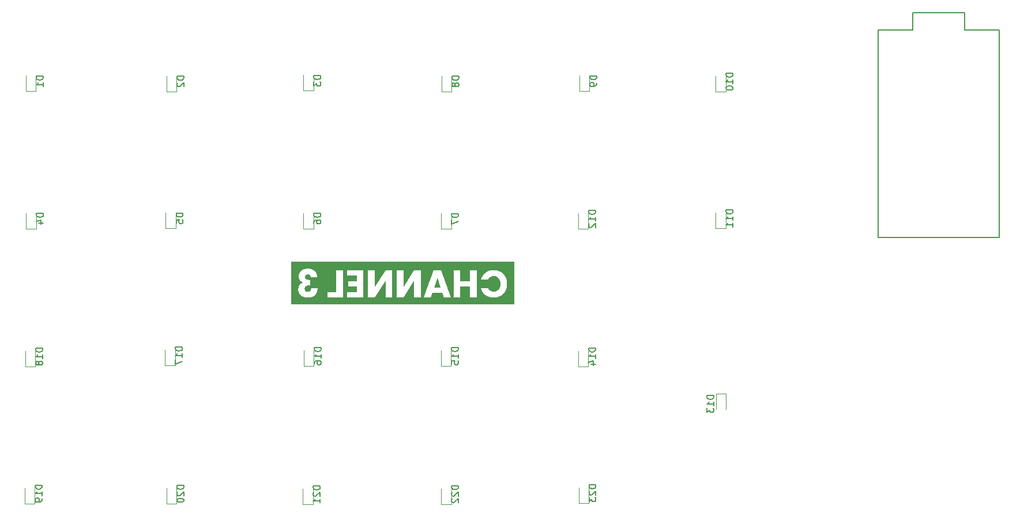
<source format=gbr>
%TF.GenerationSoftware,KiCad,Pcbnew,(7.0.0)*%
%TF.CreationDate,2024-11-11T13:13:17+03:00*%
%TF.ProjectId,04. Keyboard 6x4 Matrix,30342e20-4b65-4796-926f-617264203678,rev?*%
%TF.SameCoordinates,PX24bd848PY898b2e8*%
%TF.FileFunction,Legend,Bot*%
%TF.FilePolarity,Positive*%
%FSLAX46Y46*%
G04 Gerber Fmt 4.6, Leading zero omitted, Abs format (unit mm)*
G04 Created by KiCad (PCBNEW (7.0.0)) date 2024-11-11 13:13:17*
%MOMM*%
%LPD*%
G01*
G04 APERTURE LIST*
%ADD10C,0.300000*%
%ADD11C,0.150000*%
%ADD12C,0.120000*%
G04 APERTURE END LIST*
D10*
G36*
X94912247Y41293102D02*
G01*
X93943091Y41293102D01*
X94430600Y42752698D01*
X94912247Y41293102D01*
G37*
G36*
X105683850Y38802308D02*
G01*
X72979722Y38802308D01*
X72979722Y41025412D01*
X74001151Y41025412D01*
X74001773Y40981647D01*
X74003639Y40938523D01*
X74006749Y40896040D01*
X74011104Y40854198D01*
X74016702Y40812997D01*
X74023545Y40772438D01*
X74031632Y40732519D01*
X74040963Y40693242D01*
X74051537Y40654606D01*
X74063357Y40616611D01*
X74076420Y40579257D01*
X74090727Y40542544D01*
X74106278Y40506472D01*
X74123074Y40471042D01*
X74141114Y40436253D01*
X74160397Y40402104D01*
X74180872Y40368731D01*
X74213716Y40320374D01*
X74249118Y40274060D01*
X74287080Y40229790D01*
X74327601Y40187564D01*
X74356036Y40160548D01*
X74385608Y40134441D01*
X74416318Y40109242D01*
X74448165Y40084951D01*
X74481149Y40061569D01*
X74515271Y40039095D01*
X74550529Y40017529D01*
X74586925Y39996871D01*
X74624459Y39977122D01*
X74662889Y39958548D01*
X74702219Y39941172D01*
X74742451Y39924995D01*
X74783583Y39910016D01*
X74825616Y39896236D01*
X74868549Y39883653D01*
X74912383Y39872269D01*
X74957117Y39862084D01*
X75002753Y39853096D01*
X75049289Y39845307D01*
X75096725Y39838716D01*
X75145062Y39833324D01*
X75194300Y39829130D01*
X75244439Y39826134D01*
X75295478Y39824337D01*
X75347418Y39823737D01*
X75389040Y39824067D01*
X75430132Y39825054D01*
X75470693Y39826700D01*
X75510724Y39829004D01*
X75550225Y39831966D01*
X75589195Y39835587D01*
X75665544Y39844803D01*
X75729417Y39855000D01*
X78323272Y39855000D01*
X80542951Y39855000D01*
X80542951Y43794149D01*
X81164305Y43794149D01*
X81164305Y43043835D01*
X82597522Y43043835D01*
X82597522Y42230995D01*
X81320621Y42230995D01*
X81320621Y41480681D01*
X82597522Y41480681D01*
X82597522Y40605315D01*
X81164305Y40605315D01*
X81164305Y39855000D01*
X83571563Y39855000D01*
X83571563Y43794149D01*
X84242742Y43794149D01*
X84242742Y39855000D01*
X85216782Y39855000D01*
X86806315Y42284728D01*
X86806315Y39855000D01*
X87780355Y39855000D01*
X87780355Y43794149D01*
X88451535Y43794149D01*
X88451535Y39855000D01*
X89425575Y39855000D01*
X91015108Y42284728D01*
X91015108Y39855000D01*
X91989148Y39855000D01*
X92447348Y39855000D01*
X93461444Y39855000D01*
X93696894Y40542788D01*
X95164305Y40542788D01*
X95398778Y39855000D01*
X96401151Y39855000D01*
X94989882Y43794149D01*
X96794870Y43794149D01*
X96794870Y39855000D01*
X97768911Y39855000D01*
X97768911Y41480681D01*
X99233391Y41480681D01*
X99233391Y39855000D01*
X100207431Y39855000D01*
X100207431Y41207129D01*
X100821946Y41207129D01*
X100832771Y41167217D01*
X100844241Y41127838D01*
X100856356Y41088991D01*
X100869116Y41050676D01*
X100882521Y41012894D01*
X100896570Y40975644D01*
X100911265Y40938926D01*
X100926605Y40902741D01*
X100959219Y40831968D01*
X100994412Y40763324D01*
X101032186Y40696810D01*
X101072540Y40632425D01*
X101115473Y40570170D01*
X101160986Y40510045D01*
X101209079Y40452048D01*
X101259752Y40396182D01*
X101313004Y40342444D01*
X101368837Y40290837D01*
X101427249Y40241358D01*
X101488241Y40194010D01*
X101551309Y40149172D01*
X101615949Y40107227D01*
X101682162Y40068175D01*
X101749947Y40032016D01*
X101819304Y39998749D01*
X101890234Y39968375D01*
X101962736Y39940894D01*
X102036810Y39916305D01*
X102074437Y39905096D01*
X102112457Y39894610D01*
X102150870Y39884847D01*
X102189676Y39875807D01*
X102228875Y39867490D01*
X102268467Y39859897D01*
X102308452Y39853027D01*
X102348831Y39846879D01*
X102389602Y39841456D01*
X102430766Y39836755D01*
X102472324Y39832777D01*
X102514275Y39829523D01*
X102556618Y39826992D01*
X102599355Y39825184D01*
X102642485Y39824099D01*
X102686008Y39823737D01*
X102756861Y39824741D01*
X102826783Y39827752D01*
X102895774Y39832771D01*
X102963834Y39839796D01*
X103030963Y39848830D01*
X103097160Y39859870D01*
X103162426Y39872918D01*
X103226762Y39887973D01*
X103290165Y39905036D01*
X103352638Y39924106D01*
X103414180Y39945183D01*
X103474790Y39968268D01*
X103534469Y39993360D01*
X103593217Y40020460D01*
X103651034Y40049567D01*
X103707920Y40080681D01*
X103763443Y40113577D01*
X103817417Y40148031D01*
X103869842Y40184041D01*
X103920717Y40221609D01*
X103970042Y40260734D01*
X104017818Y40301415D01*
X104064045Y40343654D01*
X104108722Y40387450D01*
X104151850Y40432803D01*
X104193429Y40479713D01*
X104233458Y40528180D01*
X104271938Y40578204D01*
X104308868Y40629785D01*
X104344249Y40682923D01*
X104378080Y40737618D01*
X104410362Y40793870D01*
X104440885Y40851412D01*
X104469439Y40909977D01*
X104496023Y40969565D01*
X104520638Y41030175D01*
X104543284Y41091808D01*
X104563961Y41154464D01*
X104582668Y41218143D01*
X104599406Y41282844D01*
X104614175Y41348568D01*
X104626975Y41415315D01*
X104637806Y41483085D01*
X104646667Y41551878D01*
X104653560Y41621693D01*
X104658483Y41692531D01*
X104661436Y41764392D01*
X104662421Y41837275D01*
X104661436Y41910170D01*
X104658483Y41982066D01*
X104653560Y42052961D01*
X104646667Y42122856D01*
X104637806Y42191752D01*
X104626975Y42259648D01*
X104614175Y42326543D01*
X104599406Y42392439D01*
X104582668Y42457336D01*
X104563961Y42521232D01*
X104543284Y42584128D01*
X104520638Y42646025D01*
X104496023Y42706921D01*
X104469439Y42766818D01*
X104440885Y42825715D01*
X104410362Y42883612D01*
X104378080Y42940333D01*
X104344249Y42995460D01*
X104308868Y43048991D01*
X104271938Y43100927D01*
X104233458Y43151268D01*
X104193429Y43200013D01*
X104151850Y43247163D01*
X104108722Y43292719D01*
X104064045Y43336678D01*
X104017818Y43379043D01*
X103970042Y43419813D01*
X103920717Y43458987D01*
X103869842Y43496566D01*
X103817417Y43532550D01*
X103763443Y43566938D01*
X103707920Y43599732D01*
X103651034Y43630846D01*
X103593217Y43659953D01*
X103534469Y43687052D01*
X103474790Y43712145D01*
X103414180Y43735229D01*
X103352638Y43756307D01*
X103290165Y43775377D01*
X103226762Y43792439D01*
X103162426Y43807495D01*
X103097160Y43820543D01*
X103030963Y43831583D01*
X102963834Y43840616D01*
X102895774Y43847642D01*
X102826783Y43852661D01*
X102756861Y43855672D01*
X102686008Y43856675D01*
X102642485Y43856313D01*
X102599355Y43855225D01*
X102556618Y43853412D01*
X102514275Y43850875D01*
X102472324Y43847612D01*
X102430766Y43843624D01*
X102389602Y43838910D01*
X102348831Y43833472D01*
X102308452Y43827309D01*
X102268467Y43820421D01*
X102228875Y43812807D01*
X102189676Y43804468D01*
X102150870Y43795405D01*
X102112457Y43785616D01*
X102074437Y43775102D01*
X102036810Y43763863D01*
X101999577Y43751899D01*
X101926289Y43725795D01*
X101854573Y43696792D01*
X101784429Y43664887D01*
X101715858Y43630083D01*
X101648859Y43592378D01*
X101583433Y43551772D01*
X101519578Y43508267D01*
X101488241Y43485426D01*
X101427249Y43438081D01*
X101368837Y43388614D01*
X101313004Y43337026D01*
X101259752Y43283315D01*
X101209079Y43227483D01*
X101160986Y43169529D01*
X101115473Y43109452D01*
X101072540Y43047255D01*
X101032186Y42982935D01*
X100994412Y42916493D01*
X100959219Y42847929D01*
X100926605Y42777244D01*
X100911265Y42741106D01*
X100896570Y42704437D01*
X100882521Y42667237D01*
X100869116Y42629508D01*
X100856356Y42591247D01*
X100844241Y42552457D01*
X100832771Y42513135D01*
X100821946Y42473284D01*
X101874145Y42473284D01*
X101897168Y42518773D01*
X101921909Y42562184D01*
X101948368Y42603518D01*
X101976543Y42642773D01*
X102006436Y42679950D01*
X102038047Y42715050D01*
X102071375Y42748071D01*
X102106420Y42779015D01*
X102143182Y42807880D01*
X102181662Y42834668D01*
X102208269Y42851372D01*
X102249093Y42874593D01*
X102290964Y42895530D01*
X102333883Y42914183D01*
X102377850Y42930552D01*
X102422864Y42944637D01*
X102468926Y42956438D01*
X102516035Y42965955D01*
X102564192Y42973188D01*
X102613396Y42978137D01*
X102663648Y42980801D01*
X102697732Y42981309D01*
X102752396Y42980095D01*
X102805748Y42976455D01*
X102857787Y42970387D01*
X102908513Y42961892D01*
X102957926Y42950969D01*
X103006027Y42937620D01*
X103052815Y42921843D01*
X103098290Y42903640D01*
X103142452Y42883009D01*
X103185301Y42859951D01*
X103226838Y42834466D01*
X103267062Y42806553D01*
X103305973Y42776214D01*
X103343571Y42743447D01*
X103379856Y42708253D01*
X103414829Y42670632D01*
X103447954Y42630981D01*
X103478942Y42589696D01*
X103507793Y42546778D01*
X103534508Y42502227D01*
X103559084Y42456042D01*
X103581524Y42408224D01*
X103601827Y42358772D01*
X103619993Y42307687D01*
X103636021Y42254969D01*
X103649912Y42200617D01*
X103661666Y42144632D01*
X103671284Y42087014D01*
X103678763Y42027762D01*
X103684106Y41966877D01*
X103687312Y41904358D01*
X103688381Y41840206D01*
X103687312Y41776169D01*
X103684106Y41713750D01*
X103678763Y41652948D01*
X103671284Y41593765D01*
X103661666Y41536200D01*
X103649912Y41480253D01*
X103636021Y41425925D01*
X103619993Y41373214D01*
X103601827Y41322121D01*
X103581524Y41272647D01*
X103559084Y41224791D01*
X103534508Y41178552D01*
X103507793Y41133932D01*
X103478942Y41090930D01*
X103447954Y41049546D01*
X103414829Y41009781D01*
X103379856Y40972160D01*
X103343571Y40936966D01*
X103305973Y40904199D01*
X103267062Y40873860D01*
X103226838Y40845947D01*
X103185301Y40820462D01*
X103142452Y40797404D01*
X103098290Y40776773D01*
X103052815Y40758569D01*
X103006027Y40742793D01*
X102957926Y40729443D01*
X102908513Y40718521D01*
X102857787Y40710026D01*
X102805748Y40703958D01*
X102752396Y40700317D01*
X102697732Y40699104D01*
X102646781Y40700246D01*
X102596878Y40703672D01*
X102548023Y40709382D01*
X102500215Y40717376D01*
X102453455Y40727654D01*
X102407743Y40740217D01*
X102363078Y40755063D01*
X102319460Y40772193D01*
X102276891Y40791608D01*
X102235368Y40813306D01*
X102208269Y40829041D01*
X102168644Y40854443D01*
X102130737Y40881923D01*
X102094547Y40911482D01*
X102060075Y40943118D01*
X102027319Y40976832D01*
X101996281Y41012624D01*
X101966961Y41050494D01*
X101939357Y41090442D01*
X101913472Y41132468D01*
X101889303Y41176572D01*
X101874145Y41207129D01*
X100821946Y41207129D01*
X100207431Y41207129D01*
X100207431Y43794149D01*
X99233391Y43794149D01*
X99233391Y42230995D01*
X97768911Y42230995D01*
X97768911Y43794149D01*
X96794870Y43794149D01*
X94989882Y43794149D01*
X94978681Y43825412D01*
X93869818Y43825412D01*
X92962573Y41293102D01*
X92447348Y39855000D01*
X91989148Y39855000D01*
X91989148Y43794149D01*
X91015108Y43794149D01*
X89425575Y41353675D01*
X89425575Y43794149D01*
X88451535Y43794149D01*
X87780355Y43794149D01*
X86806315Y43794149D01*
X85216782Y41353675D01*
X85216782Y43794149D01*
X84242742Y43794149D01*
X83571563Y43794149D01*
X81164305Y43794149D01*
X80542951Y43794149D01*
X80542951Y43825412D01*
X79568911Y43825412D01*
X79568911Y40605315D01*
X78323272Y40605315D01*
X78323272Y39855000D01*
X75729417Y39855000D01*
X75739771Y39856653D01*
X75811876Y39871136D01*
X75881859Y39888252D01*
X75949720Y39908001D01*
X76015460Y39930384D01*
X76079077Y39955400D01*
X76140573Y39983049D01*
X76199947Y40013331D01*
X76257199Y40046246D01*
X76312329Y40081795D01*
X76365338Y40119977D01*
X76416224Y40160793D01*
X76464493Y40204382D01*
X76509647Y40250643D01*
X76551687Y40299576D01*
X76590614Y40351180D01*
X76626426Y40405455D01*
X76659124Y40462402D01*
X76688708Y40522020D01*
X76715177Y40584310D01*
X76738533Y40649271D01*
X76758775Y40716903D01*
X76775902Y40787207D01*
X76789916Y40860182D01*
X76800815Y40935829D01*
X76808600Y41014147D01*
X76811325Y41054307D01*
X76813271Y41095136D01*
X76814439Y41136632D01*
X76814829Y41178797D01*
X75876936Y41178797D01*
X75875811Y41134444D01*
X75872437Y41091877D01*
X75866812Y41051096D01*
X75858938Y41012101D01*
X75844940Y40962886D01*
X75826943Y40916846D01*
X75804945Y40873982D01*
X75778949Y40834292D01*
X75748953Y40797778D01*
X75715125Y40765034D01*
X75677634Y40736656D01*
X75636479Y40712644D01*
X75591660Y40692998D01*
X75543178Y40677717D01*
X75504412Y40669122D01*
X75463586Y40662983D01*
X75420698Y40659299D01*
X75375750Y40658071D01*
X75325420Y40659994D01*
X75277991Y40665765D01*
X75233463Y40675382D01*
X75191835Y40688846D01*
X75153107Y40706156D01*
X75117280Y40727314D01*
X75084353Y40752318D01*
X75054326Y40781169D01*
X75027307Y40813409D01*
X75003890Y40848092D01*
X74984076Y40885217D01*
X74967864Y40924784D01*
X74955255Y40966794D01*
X74946249Y41011246D01*
X74940845Y41058141D01*
X74939043Y41107478D01*
X74940469Y41155474D01*
X74944745Y41200912D01*
X74951872Y41243791D01*
X74961850Y41284111D01*
X74974678Y41321872D01*
X74996217Y41368240D01*
X75022824Y41410059D01*
X75054500Y41447329D01*
X75091243Y41480050D01*
X75101221Y41487520D01*
X75144528Y41515226D01*
X75180956Y41533581D01*
X75220766Y41549859D01*
X75263960Y41564058D01*
X75310537Y41576180D01*
X75360497Y41586223D01*
X75413840Y41594189D01*
X75470566Y41600077D01*
X75510264Y41602847D01*
X75551464Y41604694D01*
X75594169Y41605618D01*
X75616085Y41605733D01*
X75785101Y41605733D01*
X75785101Y42418573D01*
X75614131Y42418573D01*
X75563758Y42419372D01*
X75515224Y42421768D01*
X75468527Y42425760D01*
X75423667Y42431350D01*
X75380645Y42438537D01*
X75339461Y42447322D01*
X75300114Y42457703D01*
X75262604Y42469681D01*
X75215450Y42488137D01*
X75171563Y42509432D01*
X75131721Y42534619D01*
X75097191Y42564264D01*
X75067973Y42598367D01*
X75044068Y42636927D01*
X75025475Y42679944D01*
X75012194Y42727419D01*
X75004226Y42779351D01*
X75001736Y42821225D01*
X75001570Y42835740D01*
X75003264Y42881322D01*
X75008347Y42924278D01*
X75016820Y42964609D01*
X75028681Y43002314D01*
X75048272Y43045753D01*
X75073160Y43085089D01*
X75103342Y43120323D01*
X75110013Y43126878D01*
X75145529Y43156993D01*
X75184908Y43182004D01*
X75228152Y43201911D01*
X75265528Y43214161D01*
X75305378Y43223145D01*
X75347701Y43228861D01*
X75392497Y43231312D01*
X75404082Y43231414D01*
X75453495Y43229536D01*
X75499642Y43223903D01*
X75542522Y43214515D01*
X75582135Y43201372D01*
X75618481Y43184473D01*
X75659320Y43158069D01*
X75695055Y43125798D01*
X75707920Y43111246D01*
X75737010Y43072568D01*
X75761997Y43031028D01*
X75779033Y42995735D01*
X75793443Y42958610D01*
X75805228Y42919653D01*
X75814387Y42878864D01*
X75820920Y42836244D01*
X75823203Y42814247D01*
X76763049Y42814247D01*
X76761606Y42888275D01*
X76757279Y42960151D01*
X76750066Y43029875D01*
X76739968Y43097446D01*
X76726985Y43162865D01*
X76711117Y43226132D01*
X76692364Y43287246D01*
X76670725Y43346208D01*
X76646202Y43403017D01*
X76618793Y43457674D01*
X76588499Y43510179D01*
X76555321Y43560531D01*
X76519257Y43608731D01*
X76480307Y43654778D01*
X76438473Y43698673D01*
X76393754Y43740416D01*
X76346443Y43779811D01*
X76297079Y43816665D01*
X76245663Y43850978D01*
X76192192Y43882748D01*
X76136669Y43911977D01*
X76079093Y43938665D01*
X76019463Y43962810D01*
X75957780Y43984414D01*
X75894044Y44003477D01*
X75828255Y44019997D01*
X75760413Y44033977D01*
X75690518Y44045414D01*
X75618569Y44054310D01*
X75544567Y44060664D01*
X75468512Y44064476D01*
X75390404Y44065747D01*
X75338480Y44065182D01*
X75287486Y44063488D01*
X75237424Y44060664D01*
X75188293Y44056710D01*
X75140093Y44051627D01*
X75092825Y44045414D01*
X75046487Y44038071D01*
X75001081Y44029599D01*
X74956606Y44019997D01*
X74913062Y44009266D01*
X74870449Y43997405D01*
X74828768Y43984414D01*
X74788017Y43970294D01*
X74748198Y43955044D01*
X74709310Y43938665D01*
X74671353Y43921155D01*
X74634434Y43902665D01*
X74598661Y43883344D01*
X74564031Y43863190D01*
X74530547Y43842204D01*
X74482468Y43809165D01*
X74436964Y43774255D01*
X74394037Y43737472D01*
X74353685Y43698818D01*
X74315909Y43658292D01*
X74280710Y43615894D01*
X74248086Y43571624D01*
X74218039Y43525482D01*
X74190452Y43478046D01*
X74165580Y43429529D01*
X74143420Y43379929D01*
X74123975Y43329248D01*
X74107242Y43277485D01*
X74093223Y43224640D01*
X74081917Y43170713D01*
X74073325Y43115704D01*
X74067446Y43059613D01*
X74064280Y43002440D01*
X74063677Y42963723D01*
X74064421Y42918336D01*
X74066654Y42874010D01*
X74070375Y42830745D01*
X74075584Y42788540D01*
X74082282Y42747397D01*
X74090467Y42707314D01*
X74100142Y42668293D01*
X74111304Y42630332D01*
X74130839Y42575380D01*
X74153723Y42522816D01*
X74179955Y42472638D01*
X74209536Y42424847D01*
X74242466Y42379444D01*
X74254187Y42364840D01*
X74290282Y42322897D01*
X74327494Y42283530D01*
X74365822Y42246739D01*
X74405266Y42212524D01*
X74445827Y42180885D01*
X74487503Y42151822D01*
X74530296Y42125335D01*
X74574206Y42101424D01*
X74619231Y42080089D01*
X74665373Y42061330D01*
X74696755Y42050255D01*
X74696755Y42027785D01*
X74657103Y42013791D01*
X74618505Y41998674D01*
X74580961Y41982436D01*
X74544469Y41965076D01*
X74509031Y41946593D01*
X74474646Y41926989D01*
X74441315Y41906263D01*
X74393292Y41873069D01*
X74347640Y41837352D01*
X74304357Y41799110D01*
X74263445Y41758343D01*
X74224902Y41715052D01*
X74188729Y41669236D01*
X74166015Y41637298D01*
X74144766Y41604253D01*
X74124982Y41570100D01*
X74106664Y41534842D01*
X74089811Y41498476D01*
X74074424Y41461004D01*
X74060502Y41422425D01*
X74048046Y41382740D01*
X74037055Y41341947D01*
X74027529Y41300048D01*
X74019469Y41257042D01*
X74012875Y41212930D01*
X74007745Y41167710D01*
X74004082Y41121384D01*
X74001884Y41073952D01*
X74001151Y41025412D01*
X72979722Y41025412D01*
X72979722Y45087176D01*
X105683850Y45087176D01*
X105683850Y38802308D01*
G37*
D11*
%TO.C,D23*%
X117697380Y12326786D02*
X116697380Y12326786D01*
X116697380Y12326786D02*
X116697380Y12088691D01*
X116697380Y12088691D02*
X116745000Y11945834D01*
X116745000Y11945834D02*
X116840238Y11850596D01*
X116840238Y11850596D02*
X116935476Y11802977D01*
X116935476Y11802977D02*
X117125952Y11755358D01*
X117125952Y11755358D02*
X117268809Y11755358D01*
X117268809Y11755358D02*
X117459285Y11802977D01*
X117459285Y11802977D02*
X117554523Y11850596D01*
X117554523Y11850596D02*
X117649761Y11945834D01*
X117649761Y11945834D02*
X117697380Y12088691D01*
X117697380Y12088691D02*
X117697380Y12326786D01*
X116792619Y11374405D02*
X116745000Y11326786D01*
X116745000Y11326786D02*
X116697380Y11231548D01*
X116697380Y11231548D02*
X116697380Y10993453D01*
X116697380Y10993453D02*
X116745000Y10898215D01*
X116745000Y10898215D02*
X116792619Y10850596D01*
X116792619Y10850596D02*
X116887857Y10802977D01*
X116887857Y10802977D02*
X116983095Y10802977D01*
X116983095Y10802977D02*
X117125952Y10850596D01*
X117125952Y10850596D02*
X117697380Y11422024D01*
X117697380Y11422024D02*
X117697380Y10802977D01*
X116697380Y10469643D02*
X116697380Y9850596D01*
X116697380Y9850596D02*
X117078333Y10183929D01*
X117078333Y10183929D02*
X117078333Y10041072D01*
X117078333Y10041072D02*
X117125952Y9945834D01*
X117125952Y9945834D02*
X117173571Y9898215D01*
X117173571Y9898215D02*
X117268809Y9850596D01*
X117268809Y9850596D02*
X117506904Y9850596D01*
X117506904Y9850596D02*
X117602142Y9898215D01*
X117602142Y9898215D02*
X117649761Y9945834D01*
X117649761Y9945834D02*
X117697380Y10041072D01*
X117697380Y10041072D02*
X117697380Y10326786D01*
X117697380Y10326786D02*
X117649761Y10422024D01*
X117649761Y10422024D02*
X117602142Y10469643D01*
%TO.C,D10*%
X137822380Y72776786D02*
X136822380Y72776786D01*
X136822380Y72776786D02*
X136822380Y72538691D01*
X136822380Y72538691D02*
X136870000Y72395834D01*
X136870000Y72395834D02*
X136965238Y72300596D01*
X136965238Y72300596D02*
X137060476Y72252977D01*
X137060476Y72252977D02*
X137250952Y72205358D01*
X137250952Y72205358D02*
X137393809Y72205358D01*
X137393809Y72205358D02*
X137584285Y72252977D01*
X137584285Y72252977D02*
X137679523Y72300596D01*
X137679523Y72300596D02*
X137774761Y72395834D01*
X137774761Y72395834D02*
X137822380Y72538691D01*
X137822380Y72538691D02*
X137822380Y72776786D01*
X137822380Y71252977D02*
X137822380Y71824405D01*
X137822380Y71538691D02*
X136822380Y71538691D01*
X136822380Y71538691D02*
X136965238Y71633929D01*
X136965238Y71633929D02*
X137060476Y71729167D01*
X137060476Y71729167D02*
X137108095Y71824405D01*
X136822380Y70633929D02*
X136822380Y70538691D01*
X136822380Y70538691D02*
X136870000Y70443453D01*
X136870000Y70443453D02*
X136917619Y70395834D01*
X136917619Y70395834D02*
X137012857Y70348215D01*
X137012857Y70348215D02*
X137203333Y70300596D01*
X137203333Y70300596D02*
X137441428Y70300596D01*
X137441428Y70300596D02*
X137631904Y70348215D01*
X137631904Y70348215D02*
X137727142Y70395834D01*
X137727142Y70395834D02*
X137774761Y70443453D01*
X137774761Y70443453D02*
X137822380Y70538691D01*
X137822380Y70538691D02*
X137822380Y70633929D01*
X137822380Y70633929D02*
X137774761Y70729167D01*
X137774761Y70729167D02*
X137727142Y70776786D01*
X137727142Y70776786D02*
X137631904Y70824405D01*
X137631904Y70824405D02*
X137441428Y70872024D01*
X137441428Y70872024D02*
X137203333Y70872024D01*
X137203333Y70872024D02*
X137012857Y70824405D01*
X137012857Y70824405D02*
X136917619Y70776786D01*
X136917619Y70776786D02*
X136870000Y70729167D01*
X136870000Y70729167D02*
X136822380Y70633929D01*
%TO.C,D5*%
X57072380Y52225595D02*
X56072380Y52225595D01*
X56072380Y52225595D02*
X56072380Y51987500D01*
X56072380Y51987500D02*
X56120000Y51844643D01*
X56120000Y51844643D02*
X56215238Y51749405D01*
X56215238Y51749405D02*
X56310476Y51701786D01*
X56310476Y51701786D02*
X56500952Y51654167D01*
X56500952Y51654167D02*
X56643809Y51654167D01*
X56643809Y51654167D02*
X56834285Y51701786D01*
X56834285Y51701786D02*
X56929523Y51749405D01*
X56929523Y51749405D02*
X57024761Y51844643D01*
X57024761Y51844643D02*
X57072380Y51987500D01*
X57072380Y51987500D02*
X57072380Y52225595D01*
X56072380Y50749405D02*
X56072380Y51225595D01*
X56072380Y51225595D02*
X56548571Y51273214D01*
X56548571Y51273214D02*
X56500952Y51225595D01*
X56500952Y51225595D02*
X56453333Y51130357D01*
X56453333Y51130357D02*
X56453333Y50892262D01*
X56453333Y50892262D02*
X56500952Y50797024D01*
X56500952Y50797024D02*
X56548571Y50749405D01*
X56548571Y50749405D02*
X56643809Y50701786D01*
X56643809Y50701786D02*
X56881904Y50701786D01*
X56881904Y50701786D02*
X56977142Y50749405D01*
X56977142Y50749405D02*
X57024761Y50797024D01*
X57024761Y50797024D02*
X57072380Y50892262D01*
X57072380Y50892262D02*
X57072380Y51130357D01*
X57072380Y51130357D02*
X57024761Y51225595D01*
X57024761Y51225595D02*
X56977142Y51273214D01*
%TO.C,D14*%
X117647380Y32401786D02*
X116647380Y32401786D01*
X116647380Y32401786D02*
X116647380Y32163691D01*
X116647380Y32163691D02*
X116695000Y32020834D01*
X116695000Y32020834D02*
X116790238Y31925596D01*
X116790238Y31925596D02*
X116885476Y31877977D01*
X116885476Y31877977D02*
X117075952Y31830358D01*
X117075952Y31830358D02*
X117218809Y31830358D01*
X117218809Y31830358D02*
X117409285Y31877977D01*
X117409285Y31877977D02*
X117504523Y31925596D01*
X117504523Y31925596D02*
X117599761Y32020834D01*
X117599761Y32020834D02*
X117647380Y32163691D01*
X117647380Y32163691D02*
X117647380Y32401786D01*
X117647380Y30877977D02*
X117647380Y31449405D01*
X117647380Y31163691D02*
X116647380Y31163691D01*
X116647380Y31163691D02*
X116790238Y31258929D01*
X116790238Y31258929D02*
X116885476Y31354167D01*
X116885476Y31354167D02*
X116933095Y31449405D01*
X116980714Y30020834D02*
X117647380Y30020834D01*
X116599761Y30258929D02*
X117314047Y30497024D01*
X117314047Y30497024D02*
X117314047Y29877977D01*
%TO.C,D22*%
X97522380Y12176786D02*
X96522380Y12176786D01*
X96522380Y12176786D02*
X96522380Y11938691D01*
X96522380Y11938691D02*
X96570000Y11795834D01*
X96570000Y11795834D02*
X96665238Y11700596D01*
X96665238Y11700596D02*
X96760476Y11652977D01*
X96760476Y11652977D02*
X96950952Y11605358D01*
X96950952Y11605358D02*
X97093809Y11605358D01*
X97093809Y11605358D02*
X97284285Y11652977D01*
X97284285Y11652977D02*
X97379523Y11700596D01*
X97379523Y11700596D02*
X97474761Y11795834D01*
X97474761Y11795834D02*
X97522380Y11938691D01*
X97522380Y11938691D02*
X97522380Y12176786D01*
X96617619Y11224405D02*
X96570000Y11176786D01*
X96570000Y11176786D02*
X96522380Y11081548D01*
X96522380Y11081548D02*
X96522380Y10843453D01*
X96522380Y10843453D02*
X96570000Y10748215D01*
X96570000Y10748215D02*
X96617619Y10700596D01*
X96617619Y10700596D02*
X96712857Y10652977D01*
X96712857Y10652977D02*
X96808095Y10652977D01*
X96808095Y10652977D02*
X96950952Y10700596D01*
X96950952Y10700596D02*
X97522380Y11272024D01*
X97522380Y11272024D02*
X97522380Y10652977D01*
X96617619Y10272024D02*
X96570000Y10224405D01*
X96570000Y10224405D02*
X96522380Y10129167D01*
X96522380Y10129167D02*
X96522380Y9891072D01*
X96522380Y9891072D02*
X96570000Y9795834D01*
X96570000Y9795834D02*
X96617619Y9748215D01*
X96617619Y9748215D02*
X96712857Y9700596D01*
X96712857Y9700596D02*
X96808095Y9700596D01*
X96808095Y9700596D02*
X96950952Y9748215D01*
X96950952Y9748215D02*
X97522380Y10319643D01*
X97522380Y10319643D02*
X97522380Y9700596D01*
%TO.C,D21*%
X77197380Y12151786D02*
X76197380Y12151786D01*
X76197380Y12151786D02*
X76197380Y11913691D01*
X76197380Y11913691D02*
X76245000Y11770834D01*
X76245000Y11770834D02*
X76340238Y11675596D01*
X76340238Y11675596D02*
X76435476Y11627977D01*
X76435476Y11627977D02*
X76625952Y11580358D01*
X76625952Y11580358D02*
X76768809Y11580358D01*
X76768809Y11580358D02*
X76959285Y11627977D01*
X76959285Y11627977D02*
X77054523Y11675596D01*
X77054523Y11675596D02*
X77149761Y11770834D01*
X77149761Y11770834D02*
X77197380Y11913691D01*
X77197380Y11913691D02*
X77197380Y12151786D01*
X76292619Y11199405D02*
X76245000Y11151786D01*
X76245000Y11151786D02*
X76197380Y11056548D01*
X76197380Y11056548D02*
X76197380Y10818453D01*
X76197380Y10818453D02*
X76245000Y10723215D01*
X76245000Y10723215D02*
X76292619Y10675596D01*
X76292619Y10675596D02*
X76387857Y10627977D01*
X76387857Y10627977D02*
X76483095Y10627977D01*
X76483095Y10627977D02*
X76625952Y10675596D01*
X76625952Y10675596D02*
X77197380Y11247024D01*
X77197380Y11247024D02*
X77197380Y10627977D01*
X77197380Y9675596D02*
X77197380Y10247024D01*
X77197380Y9961310D02*
X76197380Y9961310D01*
X76197380Y9961310D02*
X76340238Y10056548D01*
X76340238Y10056548D02*
X76435476Y10151786D01*
X76435476Y10151786D02*
X76483095Y10247024D01*
%TO.C,D8*%
X97572380Y72325595D02*
X96572380Y72325595D01*
X96572380Y72325595D02*
X96572380Y72087500D01*
X96572380Y72087500D02*
X96620000Y71944643D01*
X96620000Y71944643D02*
X96715238Y71849405D01*
X96715238Y71849405D02*
X96810476Y71801786D01*
X96810476Y71801786D02*
X97000952Y71754167D01*
X97000952Y71754167D02*
X97143809Y71754167D01*
X97143809Y71754167D02*
X97334285Y71801786D01*
X97334285Y71801786D02*
X97429523Y71849405D01*
X97429523Y71849405D02*
X97524761Y71944643D01*
X97524761Y71944643D02*
X97572380Y72087500D01*
X97572380Y72087500D02*
X97572380Y72325595D01*
X97000952Y71182738D02*
X96953333Y71277976D01*
X96953333Y71277976D02*
X96905714Y71325595D01*
X96905714Y71325595D02*
X96810476Y71373214D01*
X96810476Y71373214D02*
X96762857Y71373214D01*
X96762857Y71373214D02*
X96667619Y71325595D01*
X96667619Y71325595D02*
X96620000Y71277976D01*
X96620000Y71277976D02*
X96572380Y71182738D01*
X96572380Y71182738D02*
X96572380Y70992262D01*
X96572380Y70992262D02*
X96620000Y70897024D01*
X96620000Y70897024D02*
X96667619Y70849405D01*
X96667619Y70849405D02*
X96762857Y70801786D01*
X96762857Y70801786D02*
X96810476Y70801786D01*
X96810476Y70801786D02*
X96905714Y70849405D01*
X96905714Y70849405D02*
X96953333Y70897024D01*
X96953333Y70897024D02*
X97000952Y70992262D01*
X97000952Y70992262D02*
X97000952Y71182738D01*
X97000952Y71182738D02*
X97048571Y71277976D01*
X97048571Y71277976D02*
X97096190Y71325595D01*
X97096190Y71325595D02*
X97191428Y71373214D01*
X97191428Y71373214D02*
X97381904Y71373214D01*
X97381904Y71373214D02*
X97477142Y71325595D01*
X97477142Y71325595D02*
X97524761Y71277976D01*
X97524761Y71277976D02*
X97572380Y71182738D01*
X97572380Y71182738D02*
X97572380Y70992262D01*
X97572380Y70992262D02*
X97524761Y70897024D01*
X97524761Y70897024D02*
X97477142Y70849405D01*
X97477142Y70849405D02*
X97381904Y70801786D01*
X97381904Y70801786D02*
X97191428Y70801786D01*
X97191428Y70801786D02*
X97096190Y70849405D01*
X97096190Y70849405D02*
X97048571Y70897024D01*
X97048571Y70897024D02*
X97000952Y70992262D01*
%TO.C,D17*%
X56972380Y32551786D02*
X55972380Y32551786D01*
X55972380Y32551786D02*
X55972380Y32313691D01*
X55972380Y32313691D02*
X56020000Y32170834D01*
X56020000Y32170834D02*
X56115238Y32075596D01*
X56115238Y32075596D02*
X56210476Y32027977D01*
X56210476Y32027977D02*
X56400952Y31980358D01*
X56400952Y31980358D02*
X56543809Y31980358D01*
X56543809Y31980358D02*
X56734285Y32027977D01*
X56734285Y32027977D02*
X56829523Y32075596D01*
X56829523Y32075596D02*
X56924761Y32170834D01*
X56924761Y32170834D02*
X56972380Y32313691D01*
X56972380Y32313691D02*
X56972380Y32551786D01*
X56972380Y31027977D02*
X56972380Y31599405D01*
X56972380Y31313691D02*
X55972380Y31313691D01*
X55972380Y31313691D02*
X56115238Y31408929D01*
X56115238Y31408929D02*
X56210476Y31504167D01*
X56210476Y31504167D02*
X56258095Y31599405D01*
X55972380Y30694643D02*
X55972380Y30027977D01*
X55972380Y30027977D02*
X56972380Y30456548D01*
%TO.C,D19*%
X36372380Y12251786D02*
X35372380Y12251786D01*
X35372380Y12251786D02*
X35372380Y12013691D01*
X35372380Y12013691D02*
X35420000Y11870834D01*
X35420000Y11870834D02*
X35515238Y11775596D01*
X35515238Y11775596D02*
X35610476Y11727977D01*
X35610476Y11727977D02*
X35800952Y11680358D01*
X35800952Y11680358D02*
X35943809Y11680358D01*
X35943809Y11680358D02*
X36134285Y11727977D01*
X36134285Y11727977D02*
X36229523Y11775596D01*
X36229523Y11775596D02*
X36324761Y11870834D01*
X36324761Y11870834D02*
X36372380Y12013691D01*
X36372380Y12013691D02*
X36372380Y12251786D01*
X36372380Y10727977D02*
X36372380Y11299405D01*
X36372380Y11013691D02*
X35372380Y11013691D01*
X35372380Y11013691D02*
X35515238Y11108929D01*
X35515238Y11108929D02*
X35610476Y11204167D01*
X35610476Y11204167D02*
X35658095Y11299405D01*
X36372380Y10251786D02*
X36372380Y10061310D01*
X36372380Y10061310D02*
X36324761Y9966072D01*
X36324761Y9966072D02*
X36277142Y9918453D01*
X36277142Y9918453D02*
X36134285Y9823215D01*
X36134285Y9823215D02*
X35943809Y9775596D01*
X35943809Y9775596D02*
X35562857Y9775596D01*
X35562857Y9775596D02*
X35467619Y9823215D01*
X35467619Y9823215D02*
X35420000Y9870834D01*
X35420000Y9870834D02*
X35372380Y9966072D01*
X35372380Y9966072D02*
X35372380Y10156548D01*
X35372380Y10156548D02*
X35420000Y10251786D01*
X35420000Y10251786D02*
X35467619Y10299405D01*
X35467619Y10299405D02*
X35562857Y10347024D01*
X35562857Y10347024D02*
X35800952Y10347024D01*
X35800952Y10347024D02*
X35896190Y10299405D01*
X35896190Y10299405D02*
X35943809Y10251786D01*
X35943809Y10251786D02*
X35991428Y10156548D01*
X35991428Y10156548D02*
X35991428Y9966072D01*
X35991428Y9966072D02*
X35943809Y9870834D01*
X35943809Y9870834D02*
X35896190Y9823215D01*
X35896190Y9823215D02*
X35800952Y9775596D01*
%TO.C,D11*%
X137822380Y52676786D02*
X136822380Y52676786D01*
X136822380Y52676786D02*
X136822380Y52438691D01*
X136822380Y52438691D02*
X136870000Y52295834D01*
X136870000Y52295834D02*
X136965238Y52200596D01*
X136965238Y52200596D02*
X137060476Y52152977D01*
X137060476Y52152977D02*
X137250952Y52105358D01*
X137250952Y52105358D02*
X137393809Y52105358D01*
X137393809Y52105358D02*
X137584285Y52152977D01*
X137584285Y52152977D02*
X137679523Y52200596D01*
X137679523Y52200596D02*
X137774761Y52295834D01*
X137774761Y52295834D02*
X137822380Y52438691D01*
X137822380Y52438691D02*
X137822380Y52676786D01*
X137822380Y51152977D02*
X137822380Y51724405D01*
X137822380Y51438691D02*
X136822380Y51438691D01*
X136822380Y51438691D02*
X136965238Y51533929D01*
X136965238Y51533929D02*
X137060476Y51629167D01*
X137060476Y51629167D02*
X137108095Y51724405D01*
X137822380Y50200596D02*
X137822380Y50772024D01*
X137822380Y50486310D02*
X136822380Y50486310D01*
X136822380Y50486310D02*
X136965238Y50581548D01*
X136965238Y50581548D02*
X137060476Y50676786D01*
X137060476Y50676786D02*
X137108095Y50772024D01*
%TO.C,D3*%
X77297380Y72425595D02*
X76297380Y72425595D01*
X76297380Y72425595D02*
X76297380Y72187500D01*
X76297380Y72187500D02*
X76345000Y72044643D01*
X76345000Y72044643D02*
X76440238Y71949405D01*
X76440238Y71949405D02*
X76535476Y71901786D01*
X76535476Y71901786D02*
X76725952Y71854167D01*
X76725952Y71854167D02*
X76868809Y71854167D01*
X76868809Y71854167D02*
X77059285Y71901786D01*
X77059285Y71901786D02*
X77154523Y71949405D01*
X77154523Y71949405D02*
X77249761Y72044643D01*
X77249761Y72044643D02*
X77297380Y72187500D01*
X77297380Y72187500D02*
X77297380Y72425595D01*
X76297380Y71520833D02*
X76297380Y70901786D01*
X76297380Y70901786D02*
X76678333Y71235119D01*
X76678333Y71235119D02*
X76678333Y71092262D01*
X76678333Y71092262D02*
X76725952Y70997024D01*
X76725952Y70997024D02*
X76773571Y70949405D01*
X76773571Y70949405D02*
X76868809Y70901786D01*
X76868809Y70901786D02*
X77106904Y70901786D01*
X77106904Y70901786D02*
X77202142Y70949405D01*
X77202142Y70949405D02*
X77249761Y70997024D01*
X77249761Y70997024D02*
X77297380Y71092262D01*
X77297380Y71092262D02*
X77297380Y71377976D01*
X77297380Y71377976D02*
X77249761Y71473214D01*
X77249761Y71473214D02*
X77202142Y71520833D01*
%TO.C,D16*%
X77347380Y32451786D02*
X76347380Y32451786D01*
X76347380Y32451786D02*
X76347380Y32213691D01*
X76347380Y32213691D02*
X76395000Y32070834D01*
X76395000Y32070834D02*
X76490238Y31975596D01*
X76490238Y31975596D02*
X76585476Y31927977D01*
X76585476Y31927977D02*
X76775952Y31880358D01*
X76775952Y31880358D02*
X76918809Y31880358D01*
X76918809Y31880358D02*
X77109285Y31927977D01*
X77109285Y31927977D02*
X77204523Y31975596D01*
X77204523Y31975596D02*
X77299761Y32070834D01*
X77299761Y32070834D02*
X77347380Y32213691D01*
X77347380Y32213691D02*
X77347380Y32451786D01*
X77347380Y30927977D02*
X77347380Y31499405D01*
X77347380Y31213691D02*
X76347380Y31213691D01*
X76347380Y31213691D02*
X76490238Y31308929D01*
X76490238Y31308929D02*
X76585476Y31404167D01*
X76585476Y31404167D02*
X76633095Y31499405D01*
X76347380Y30070834D02*
X76347380Y30261310D01*
X76347380Y30261310D02*
X76395000Y30356548D01*
X76395000Y30356548D02*
X76442619Y30404167D01*
X76442619Y30404167D02*
X76585476Y30499405D01*
X76585476Y30499405D02*
X76775952Y30547024D01*
X76775952Y30547024D02*
X77156904Y30547024D01*
X77156904Y30547024D02*
X77252142Y30499405D01*
X77252142Y30499405D02*
X77299761Y30451786D01*
X77299761Y30451786D02*
X77347380Y30356548D01*
X77347380Y30356548D02*
X77347380Y30166072D01*
X77347380Y30166072D02*
X77299761Y30070834D01*
X77299761Y30070834D02*
X77252142Y30023215D01*
X77252142Y30023215D02*
X77156904Y29975596D01*
X77156904Y29975596D02*
X76918809Y29975596D01*
X76918809Y29975596D02*
X76823571Y30023215D01*
X76823571Y30023215D02*
X76775952Y30070834D01*
X76775952Y30070834D02*
X76728333Y30166072D01*
X76728333Y30166072D02*
X76728333Y30356548D01*
X76728333Y30356548D02*
X76775952Y30451786D01*
X76775952Y30451786D02*
X76823571Y30499405D01*
X76823571Y30499405D02*
X76918809Y30547024D01*
%TO.C,D20*%
X57172380Y12226786D02*
X56172380Y12226786D01*
X56172380Y12226786D02*
X56172380Y11988691D01*
X56172380Y11988691D02*
X56220000Y11845834D01*
X56220000Y11845834D02*
X56315238Y11750596D01*
X56315238Y11750596D02*
X56410476Y11702977D01*
X56410476Y11702977D02*
X56600952Y11655358D01*
X56600952Y11655358D02*
X56743809Y11655358D01*
X56743809Y11655358D02*
X56934285Y11702977D01*
X56934285Y11702977D02*
X57029523Y11750596D01*
X57029523Y11750596D02*
X57124761Y11845834D01*
X57124761Y11845834D02*
X57172380Y11988691D01*
X57172380Y11988691D02*
X57172380Y12226786D01*
X56267619Y11274405D02*
X56220000Y11226786D01*
X56220000Y11226786D02*
X56172380Y11131548D01*
X56172380Y11131548D02*
X56172380Y10893453D01*
X56172380Y10893453D02*
X56220000Y10798215D01*
X56220000Y10798215D02*
X56267619Y10750596D01*
X56267619Y10750596D02*
X56362857Y10702977D01*
X56362857Y10702977D02*
X56458095Y10702977D01*
X56458095Y10702977D02*
X56600952Y10750596D01*
X56600952Y10750596D02*
X57172380Y11322024D01*
X57172380Y11322024D02*
X57172380Y10702977D01*
X56172380Y10083929D02*
X56172380Y9988691D01*
X56172380Y9988691D02*
X56220000Y9893453D01*
X56220000Y9893453D02*
X56267619Y9845834D01*
X56267619Y9845834D02*
X56362857Y9798215D01*
X56362857Y9798215D02*
X56553333Y9750596D01*
X56553333Y9750596D02*
X56791428Y9750596D01*
X56791428Y9750596D02*
X56981904Y9798215D01*
X56981904Y9798215D02*
X57077142Y9845834D01*
X57077142Y9845834D02*
X57124761Y9893453D01*
X57124761Y9893453D02*
X57172380Y9988691D01*
X57172380Y9988691D02*
X57172380Y10083929D01*
X57172380Y10083929D02*
X57124761Y10179167D01*
X57124761Y10179167D02*
X57077142Y10226786D01*
X57077142Y10226786D02*
X56981904Y10274405D01*
X56981904Y10274405D02*
X56791428Y10322024D01*
X56791428Y10322024D02*
X56553333Y10322024D01*
X56553333Y10322024D02*
X56362857Y10274405D01*
X56362857Y10274405D02*
X56267619Y10226786D01*
X56267619Y10226786D02*
X56220000Y10179167D01*
X56220000Y10179167D02*
X56172380Y10083929D01*
%TO.C,D2*%
X57197380Y72325595D02*
X56197380Y72325595D01*
X56197380Y72325595D02*
X56197380Y72087500D01*
X56197380Y72087500D02*
X56245000Y71944643D01*
X56245000Y71944643D02*
X56340238Y71849405D01*
X56340238Y71849405D02*
X56435476Y71801786D01*
X56435476Y71801786D02*
X56625952Y71754167D01*
X56625952Y71754167D02*
X56768809Y71754167D01*
X56768809Y71754167D02*
X56959285Y71801786D01*
X56959285Y71801786D02*
X57054523Y71849405D01*
X57054523Y71849405D02*
X57149761Y71944643D01*
X57149761Y71944643D02*
X57197380Y72087500D01*
X57197380Y72087500D02*
X57197380Y72325595D01*
X56292619Y71373214D02*
X56245000Y71325595D01*
X56245000Y71325595D02*
X56197380Y71230357D01*
X56197380Y71230357D02*
X56197380Y70992262D01*
X56197380Y70992262D02*
X56245000Y70897024D01*
X56245000Y70897024D02*
X56292619Y70849405D01*
X56292619Y70849405D02*
X56387857Y70801786D01*
X56387857Y70801786D02*
X56483095Y70801786D01*
X56483095Y70801786D02*
X56625952Y70849405D01*
X56625952Y70849405D02*
X57197380Y71420833D01*
X57197380Y71420833D02*
X57197380Y70801786D01*
%TO.C,D18*%
X36447380Y32376786D02*
X35447380Y32376786D01*
X35447380Y32376786D02*
X35447380Y32138691D01*
X35447380Y32138691D02*
X35495000Y31995834D01*
X35495000Y31995834D02*
X35590238Y31900596D01*
X35590238Y31900596D02*
X35685476Y31852977D01*
X35685476Y31852977D02*
X35875952Y31805358D01*
X35875952Y31805358D02*
X36018809Y31805358D01*
X36018809Y31805358D02*
X36209285Y31852977D01*
X36209285Y31852977D02*
X36304523Y31900596D01*
X36304523Y31900596D02*
X36399761Y31995834D01*
X36399761Y31995834D02*
X36447380Y32138691D01*
X36447380Y32138691D02*
X36447380Y32376786D01*
X36447380Y30852977D02*
X36447380Y31424405D01*
X36447380Y31138691D02*
X35447380Y31138691D01*
X35447380Y31138691D02*
X35590238Y31233929D01*
X35590238Y31233929D02*
X35685476Y31329167D01*
X35685476Y31329167D02*
X35733095Y31424405D01*
X35875952Y30281548D02*
X35828333Y30376786D01*
X35828333Y30376786D02*
X35780714Y30424405D01*
X35780714Y30424405D02*
X35685476Y30472024D01*
X35685476Y30472024D02*
X35637857Y30472024D01*
X35637857Y30472024D02*
X35542619Y30424405D01*
X35542619Y30424405D02*
X35495000Y30376786D01*
X35495000Y30376786D02*
X35447380Y30281548D01*
X35447380Y30281548D02*
X35447380Y30091072D01*
X35447380Y30091072D02*
X35495000Y29995834D01*
X35495000Y29995834D02*
X35542619Y29948215D01*
X35542619Y29948215D02*
X35637857Y29900596D01*
X35637857Y29900596D02*
X35685476Y29900596D01*
X35685476Y29900596D02*
X35780714Y29948215D01*
X35780714Y29948215D02*
X35828333Y29995834D01*
X35828333Y29995834D02*
X35875952Y30091072D01*
X35875952Y30091072D02*
X35875952Y30281548D01*
X35875952Y30281548D02*
X35923571Y30376786D01*
X35923571Y30376786D02*
X35971190Y30424405D01*
X35971190Y30424405D02*
X36066428Y30472024D01*
X36066428Y30472024D02*
X36256904Y30472024D01*
X36256904Y30472024D02*
X36352142Y30424405D01*
X36352142Y30424405D02*
X36399761Y30376786D01*
X36399761Y30376786D02*
X36447380Y30281548D01*
X36447380Y30281548D02*
X36447380Y30091072D01*
X36447380Y30091072D02*
X36399761Y29995834D01*
X36399761Y29995834D02*
X36352142Y29948215D01*
X36352142Y29948215D02*
X36256904Y29900596D01*
X36256904Y29900596D02*
X36066428Y29900596D01*
X36066428Y29900596D02*
X35971190Y29948215D01*
X35971190Y29948215D02*
X35923571Y29995834D01*
X35923571Y29995834D02*
X35875952Y30091072D01*
%TO.C,D4*%
X36572380Y52175595D02*
X35572380Y52175595D01*
X35572380Y52175595D02*
X35572380Y51937500D01*
X35572380Y51937500D02*
X35620000Y51794643D01*
X35620000Y51794643D02*
X35715238Y51699405D01*
X35715238Y51699405D02*
X35810476Y51651786D01*
X35810476Y51651786D02*
X36000952Y51604167D01*
X36000952Y51604167D02*
X36143809Y51604167D01*
X36143809Y51604167D02*
X36334285Y51651786D01*
X36334285Y51651786D02*
X36429523Y51699405D01*
X36429523Y51699405D02*
X36524761Y51794643D01*
X36524761Y51794643D02*
X36572380Y51937500D01*
X36572380Y51937500D02*
X36572380Y52175595D01*
X35905714Y50747024D02*
X36572380Y50747024D01*
X35524761Y50985119D02*
X36239047Y51223214D01*
X36239047Y51223214D02*
X36239047Y50604167D01*
%TO.C,D12*%
X117647380Y52601786D02*
X116647380Y52601786D01*
X116647380Y52601786D02*
X116647380Y52363691D01*
X116647380Y52363691D02*
X116695000Y52220834D01*
X116695000Y52220834D02*
X116790238Y52125596D01*
X116790238Y52125596D02*
X116885476Y52077977D01*
X116885476Y52077977D02*
X117075952Y52030358D01*
X117075952Y52030358D02*
X117218809Y52030358D01*
X117218809Y52030358D02*
X117409285Y52077977D01*
X117409285Y52077977D02*
X117504523Y52125596D01*
X117504523Y52125596D02*
X117599761Y52220834D01*
X117599761Y52220834D02*
X117647380Y52363691D01*
X117647380Y52363691D02*
X117647380Y52601786D01*
X117647380Y51077977D02*
X117647380Y51649405D01*
X117647380Y51363691D02*
X116647380Y51363691D01*
X116647380Y51363691D02*
X116790238Y51458929D01*
X116790238Y51458929D02*
X116885476Y51554167D01*
X116885476Y51554167D02*
X116933095Y51649405D01*
X116742619Y50697024D02*
X116695000Y50649405D01*
X116695000Y50649405D02*
X116647380Y50554167D01*
X116647380Y50554167D02*
X116647380Y50316072D01*
X116647380Y50316072D02*
X116695000Y50220834D01*
X116695000Y50220834D02*
X116742619Y50173215D01*
X116742619Y50173215D02*
X116837857Y50125596D01*
X116837857Y50125596D02*
X116933095Y50125596D01*
X116933095Y50125596D02*
X117075952Y50173215D01*
X117075952Y50173215D02*
X117647380Y50744643D01*
X117647380Y50744643D02*
X117647380Y50125596D01*
%TO.C,D15*%
X97497380Y32451786D02*
X96497380Y32451786D01*
X96497380Y32451786D02*
X96497380Y32213691D01*
X96497380Y32213691D02*
X96545000Y32070834D01*
X96545000Y32070834D02*
X96640238Y31975596D01*
X96640238Y31975596D02*
X96735476Y31927977D01*
X96735476Y31927977D02*
X96925952Y31880358D01*
X96925952Y31880358D02*
X97068809Y31880358D01*
X97068809Y31880358D02*
X97259285Y31927977D01*
X97259285Y31927977D02*
X97354523Y31975596D01*
X97354523Y31975596D02*
X97449761Y32070834D01*
X97449761Y32070834D02*
X97497380Y32213691D01*
X97497380Y32213691D02*
X97497380Y32451786D01*
X97497380Y30927977D02*
X97497380Y31499405D01*
X97497380Y31213691D02*
X96497380Y31213691D01*
X96497380Y31213691D02*
X96640238Y31308929D01*
X96640238Y31308929D02*
X96735476Y31404167D01*
X96735476Y31404167D02*
X96783095Y31499405D01*
X96497380Y30023215D02*
X96497380Y30499405D01*
X96497380Y30499405D02*
X96973571Y30547024D01*
X96973571Y30547024D02*
X96925952Y30499405D01*
X96925952Y30499405D02*
X96878333Y30404167D01*
X96878333Y30404167D02*
X96878333Y30166072D01*
X96878333Y30166072D02*
X96925952Y30070834D01*
X96925952Y30070834D02*
X96973571Y30023215D01*
X96973571Y30023215D02*
X97068809Y29975596D01*
X97068809Y29975596D02*
X97306904Y29975596D01*
X97306904Y29975596D02*
X97402142Y30023215D01*
X97402142Y30023215D02*
X97449761Y30070834D01*
X97449761Y30070834D02*
X97497380Y30166072D01*
X97497380Y30166072D02*
X97497380Y30404167D01*
X97497380Y30404167D02*
X97449761Y30499405D01*
X97449761Y30499405D02*
X97402142Y30547024D01*
%TO.C,D1*%
X36522380Y72350595D02*
X35522380Y72350595D01*
X35522380Y72350595D02*
X35522380Y72112500D01*
X35522380Y72112500D02*
X35570000Y71969643D01*
X35570000Y71969643D02*
X35665238Y71874405D01*
X35665238Y71874405D02*
X35760476Y71826786D01*
X35760476Y71826786D02*
X35950952Y71779167D01*
X35950952Y71779167D02*
X36093809Y71779167D01*
X36093809Y71779167D02*
X36284285Y71826786D01*
X36284285Y71826786D02*
X36379523Y71874405D01*
X36379523Y71874405D02*
X36474761Y71969643D01*
X36474761Y71969643D02*
X36522380Y72112500D01*
X36522380Y72112500D02*
X36522380Y72350595D01*
X36522380Y70826786D02*
X36522380Y71398214D01*
X36522380Y71112500D02*
X35522380Y71112500D01*
X35522380Y71112500D02*
X35665238Y71207738D01*
X35665238Y71207738D02*
X35760476Y71302976D01*
X35760476Y71302976D02*
X35808095Y71398214D01*
%TO.C,D7*%
X97522380Y52150595D02*
X96522380Y52150595D01*
X96522380Y52150595D02*
X96522380Y51912500D01*
X96522380Y51912500D02*
X96570000Y51769643D01*
X96570000Y51769643D02*
X96665238Y51674405D01*
X96665238Y51674405D02*
X96760476Y51626786D01*
X96760476Y51626786D02*
X96950952Y51579167D01*
X96950952Y51579167D02*
X97093809Y51579167D01*
X97093809Y51579167D02*
X97284285Y51626786D01*
X97284285Y51626786D02*
X97379523Y51674405D01*
X97379523Y51674405D02*
X97474761Y51769643D01*
X97474761Y51769643D02*
X97522380Y51912500D01*
X97522380Y51912500D02*
X97522380Y52150595D01*
X96522380Y51245833D02*
X96522380Y50579167D01*
X96522380Y50579167D02*
X97522380Y51007738D01*
%TO.C,D6*%
X77297380Y52175595D02*
X76297380Y52175595D01*
X76297380Y52175595D02*
X76297380Y51937500D01*
X76297380Y51937500D02*
X76345000Y51794643D01*
X76345000Y51794643D02*
X76440238Y51699405D01*
X76440238Y51699405D02*
X76535476Y51651786D01*
X76535476Y51651786D02*
X76725952Y51604167D01*
X76725952Y51604167D02*
X76868809Y51604167D01*
X76868809Y51604167D02*
X77059285Y51651786D01*
X77059285Y51651786D02*
X77154523Y51699405D01*
X77154523Y51699405D02*
X77249761Y51794643D01*
X77249761Y51794643D02*
X77297380Y51937500D01*
X77297380Y51937500D02*
X77297380Y52175595D01*
X76297380Y50747024D02*
X76297380Y50937500D01*
X76297380Y50937500D02*
X76345000Y51032738D01*
X76345000Y51032738D02*
X76392619Y51080357D01*
X76392619Y51080357D02*
X76535476Y51175595D01*
X76535476Y51175595D02*
X76725952Y51223214D01*
X76725952Y51223214D02*
X77106904Y51223214D01*
X77106904Y51223214D02*
X77202142Y51175595D01*
X77202142Y51175595D02*
X77249761Y51127976D01*
X77249761Y51127976D02*
X77297380Y51032738D01*
X77297380Y51032738D02*
X77297380Y50842262D01*
X77297380Y50842262D02*
X77249761Y50747024D01*
X77249761Y50747024D02*
X77202142Y50699405D01*
X77202142Y50699405D02*
X77106904Y50651786D01*
X77106904Y50651786D02*
X76868809Y50651786D01*
X76868809Y50651786D02*
X76773571Y50699405D01*
X76773571Y50699405D02*
X76725952Y50747024D01*
X76725952Y50747024D02*
X76678333Y50842262D01*
X76678333Y50842262D02*
X76678333Y51032738D01*
X76678333Y51032738D02*
X76725952Y51127976D01*
X76725952Y51127976D02*
X76773571Y51175595D01*
X76773571Y51175595D02*
X76868809Y51223214D01*
%TO.C,D9*%
X117822380Y72375595D02*
X116822380Y72375595D01*
X116822380Y72375595D02*
X116822380Y72137500D01*
X116822380Y72137500D02*
X116870000Y71994643D01*
X116870000Y71994643D02*
X116965238Y71899405D01*
X116965238Y71899405D02*
X117060476Y71851786D01*
X117060476Y71851786D02*
X117250952Y71804167D01*
X117250952Y71804167D02*
X117393809Y71804167D01*
X117393809Y71804167D02*
X117584285Y71851786D01*
X117584285Y71851786D02*
X117679523Y71899405D01*
X117679523Y71899405D02*
X117774761Y71994643D01*
X117774761Y71994643D02*
X117822380Y72137500D01*
X117822380Y72137500D02*
X117822380Y72375595D01*
X117822380Y71327976D02*
X117822380Y71137500D01*
X117822380Y71137500D02*
X117774761Y71042262D01*
X117774761Y71042262D02*
X117727142Y70994643D01*
X117727142Y70994643D02*
X117584285Y70899405D01*
X117584285Y70899405D02*
X117393809Y70851786D01*
X117393809Y70851786D02*
X117012857Y70851786D01*
X117012857Y70851786D02*
X116917619Y70899405D01*
X116917619Y70899405D02*
X116870000Y70947024D01*
X116870000Y70947024D02*
X116822380Y71042262D01*
X116822380Y71042262D02*
X116822380Y71232738D01*
X116822380Y71232738D02*
X116870000Y71327976D01*
X116870000Y71327976D02*
X116917619Y71375595D01*
X116917619Y71375595D02*
X117012857Y71423214D01*
X117012857Y71423214D02*
X117250952Y71423214D01*
X117250952Y71423214D02*
X117346190Y71375595D01*
X117346190Y71375595D02*
X117393809Y71327976D01*
X117393809Y71327976D02*
X117441428Y71232738D01*
X117441428Y71232738D02*
X117441428Y71042262D01*
X117441428Y71042262D02*
X117393809Y70947024D01*
X117393809Y70947024D02*
X117346190Y70899405D01*
X117346190Y70899405D02*
X117250952Y70851786D01*
%TO.C,D13*%
X135012380Y25426786D02*
X134012380Y25426786D01*
X134012380Y25426786D02*
X134012380Y25188691D01*
X134012380Y25188691D02*
X134060000Y25045834D01*
X134060000Y25045834D02*
X134155238Y24950596D01*
X134155238Y24950596D02*
X134250476Y24902977D01*
X134250476Y24902977D02*
X134440952Y24855358D01*
X134440952Y24855358D02*
X134583809Y24855358D01*
X134583809Y24855358D02*
X134774285Y24902977D01*
X134774285Y24902977D02*
X134869523Y24950596D01*
X134869523Y24950596D02*
X134964761Y25045834D01*
X134964761Y25045834D02*
X135012380Y25188691D01*
X135012380Y25188691D02*
X135012380Y25426786D01*
X135012380Y23902977D02*
X135012380Y24474405D01*
X135012380Y24188691D02*
X134012380Y24188691D01*
X134012380Y24188691D02*
X134155238Y24283929D01*
X134155238Y24283929D02*
X134250476Y24379167D01*
X134250476Y24379167D02*
X134298095Y24474405D01*
X134012380Y23569643D02*
X134012380Y22950596D01*
X134012380Y22950596D02*
X134393333Y23283929D01*
X134393333Y23283929D02*
X134393333Y23141072D01*
X134393333Y23141072D02*
X134440952Y23045834D01*
X134440952Y23045834D02*
X134488571Y22998215D01*
X134488571Y22998215D02*
X134583809Y22950596D01*
X134583809Y22950596D02*
X134821904Y22950596D01*
X134821904Y22950596D02*
X134917142Y22998215D01*
X134917142Y22998215D02*
X134964761Y23045834D01*
X134964761Y23045834D02*
X135012380Y23141072D01*
X135012380Y23141072D02*
X135012380Y23426786D01*
X135012380Y23426786D02*
X134964761Y23522024D01*
X134964761Y23522024D02*
X134917142Y23569643D01*
%TO.C,U4*%
X171860000Y81685000D02*
X171860000Y79145000D01*
X164240000Y81685000D02*
X171860000Y81685000D01*
X176940000Y79145000D02*
X176940000Y48665000D01*
X171860000Y79145000D02*
X176940000Y79145000D01*
X164240000Y79145000D02*
X164240000Y81685000D01*
X159160000Y79145000D02*
X164240000Y79145000D01*
X176940000Y48665000D02*
X159160000Y48665000D01*
X159160000Y48665000D02*
X159160000Y79145000D01*
D12*
%TO.C,D23*%
X115165000Y9627500D02*
X115165000Y11912500D01*
X116635000Y9627500D02*
X115165000Y9627500D01*
X116635000Y11912500D02*
X116635000Y9627500D01*
%TO.C,D10*%
X135290000Y70077500D02*
X135290000Y72362500D01*
X136760000Y70077500D02*
X135290000Y70077500D01*
X136760000Y72362500D02*
X136760000Y70077500D01*
%TO.C,D5*%
X54540000Y50002500D02*
X54540000Y52287500D01*
X56010000Y50002500D02*
X54540000Y50002500D01*
X56010000Y52287500D02*
X56010000Y50002500D01*
%TO.C,D14*%
X115115000Y29702500D02*
X115115000Y31987500D01*
X116585000Y29702500D02*
X115115000Y29702500D01*
X116585000Y31987500D02*
X116585000Y29702500D01*
%TO.C,D22*%
X94990000Y9477500D02*
X94990000Y11762500D01*
X96460000Y9477500D02*
X94990000Y9477500D01*
X96460000Y11762500D02*
X96460000Y9477500D01*
%TO.C,D21*%
X74665000Y9452500D02*
X74665000Y11737500D01*
X76135000Y9452500D02*
X74665000Y9452500D01*
X76135000Y11737500D02*
X76135000Y9452500D01*
%TO.C,D8*%
X95040000Y70102500D02*
X95040000Y72387500D01*
X96510000Y70102500D02*
X95040000Y70102500D01*
X96510000Y72387500D02*
X96510000Y70102500D01*
%TO.C,D17*%
X54440000Y29852500D02*
X54440000Y32137500D01*
X55910000Y29852500D02*
X54440000Y29852500D01*
X55910000Y32137500D02*
X55910000Y29852500D01*
%TO.C,D19*%
X33840000Y9552500D02*
X33840000Y11837500D01*
X35310000Y9552500D02*
X33840000Y9552500D01*
X35310000Y11837500D02*
X35310000Y9552500D01*
%TO.C,D11*%
X135290000Y49977500D02*
X135290000Y52262500D01*
X136760000Y49977500D02*
X135290000Y49977500D01*
X136760000Y52262500D02*
X136760000Y49977500D01*
%TO.C,D3*%
X74765000Y70202500D02*
X74765000Y72487500D01*
X76235000Y70202500D02*
X74765000Y70202500D01*
X76235000Y72487500D02*
X76235000Y70202500D01*
%TO.C,D16*%
X74815000Y29752500D02*
X74815000Y32037500D01*
X76285000Y29752500D02*
X74815000Y29752500D01*
X76285000Y32037500D02*
X76285000Y29752500D01*
%TO.C,D20*%
X54640000Y9527500D02*
X54640000Y11812500D01*
X56110000Y9527500D02*
X54640000Y9527500D01*
X56110000Y11812500D02*
X56110000Y9527500D01*
%TO.C,D2*%
X54665000Y70102500D02*
X54665000Y72387500D01*
X56135000Y70102500D02*
X54665000Y70102500D01*
X56135000Y72387500D02*
X56135000Y70102500D01*
%TO.C,D18*%
X33915000Y29677500D02*
X33915000Y31962500D01*
X35385000Y29677500D02*
X33915000Y29677500D01*
X35385000Y31962500D02*
X35385000Y29677500D01*
%TO.C,D4*%
X34040000Y49952500D02*
X34040000Y52237500D01*
X35510000Y49952500D02*
X34040000Y49952500D01*
X35510000Y52237500D02*
X35510000Y49952500D01*
%TO.C,D12*%
X115115000Y49902500D02*
X115115000Y52187500D01*
X116585000Y49902500D02*
X115115000Y49902500D01*
X116585000Y52187500D02*
X116585000Y49902500D01*
%TO.C,D15*%
X94965000Y29752500D02*
X94965000Y32037500D01*
X96435000Y29752500D02*
X94965000Y29752500D01*
X96435000Y32037500D02*
X96435000Y29752500D01*
%TO.C,D1*%
X33990000Y70127500D02*
X33990000Y72412500D01*
X35460000Y70127500D02*
X33990000Y70127500D01*
X35460000Y72412500D02*
X35460000Y70127500D01*
%TO.C,D7*%
X94990000Y49927500D02*
X94990000Y52212500D01*
X96460000Y49927500D02*
X94990000Y49927500D01*
X96460000Y52212500D02*
X96460000Y49927500D01*
%TO.C,D6*%
X74765000Y49952500D02*
X74765000Y52237500D01*
X76235000Y49952500D02*
X74765000Y49952500D01*
X76235000Y52237500D02*
X76235000Y49952500D01*
%TO.C,D9*%
X115290000Y70152500D02*
X115290000Y72437500D01*
X116760000Y70152500D02*
X115290000Y70152500D01*
X116760000Y72437500D02*
X116760000Y70152500D01*
%TO.C,D13*%
X136810000Y25697500D02*
X136810000Y23412500D01*
X135340000Y25697500D02*
X136810000Y25697500D01*
X135340000Y23412500D02*
X135340000Y25697500D01*
%TD*%
M02*

</source>
